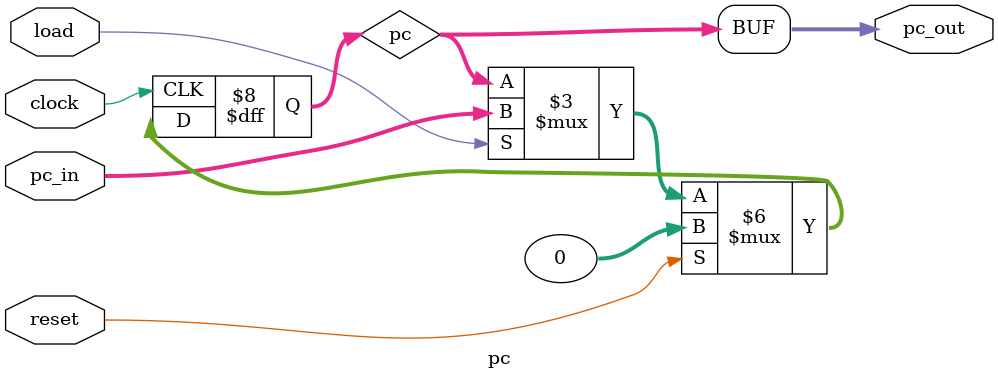
<source format=v>
module pc(
    input clock,
    input reset,
    input load,
    input [31:0] pc_in,
    output [31:0] pc_out
);

reg [31:0] pc;
    always @(posedge clock) begin
        if(reset) begin
            pc <= 32'b0;
        end else if(load) begin
            pc <= pc_in;
        end else begin
            pc <= pc;
        end
    end

assign pc_out = pc;

endmodule
</source>
